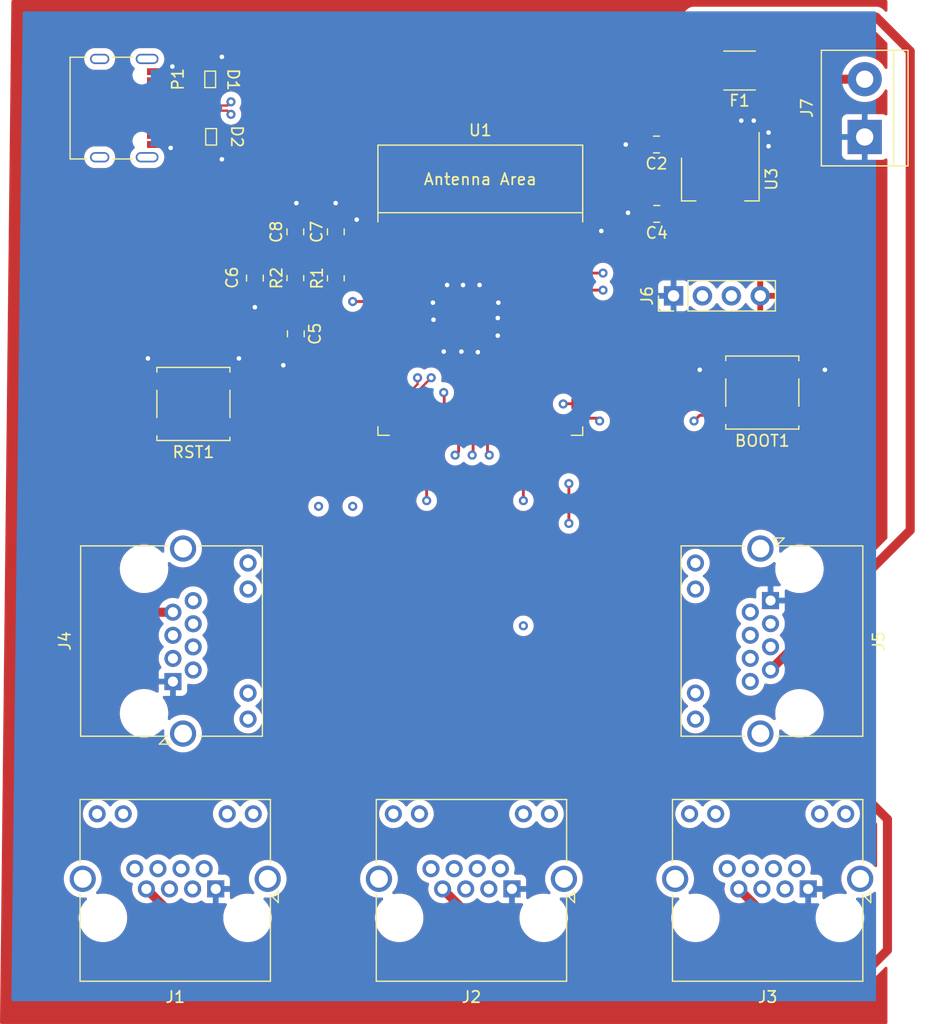
<source format=kicad_pcb>
(kicad_pcb (version 20211014) (generator pcbnew)
  (layers (0 "F.Cu" signal) (1 "In1.Cu" signal) (2 "In2.Cu" signal) (31 "B.Cu" signal) (34 "B.Paste" user) (35 "F.Paste" user) (36 "B.SilkS" user "B.Silkscreen") (37 "F.SilkS" user "F.Silkscreen") (38 "B.Mask" user) (39 "F.Mask" user) (44 "Edge.Cuts" user))
  (net 0 "")
  (net 1 "GNDREF")
  (net 2 "+3.3V")
  (net 3 "/MOSI")
  (net 4 "/MISO")
  (net 5 "/SCLK")
  (net 6 "/CS_SWF")
  (net 13 "/CS_PDL")
  (net 20 "/CS_SHIF")
  (net 27 "/CS_A2")
  (net 34 "/CS_A1")
  (net 35 "Net-(P1-PadA4)")
  (net 41 "Net-(C5-Pad1)")
  (net 56 "/EN")
  (net 65 "/RX_ESP")
  (net 66 "/TX_ESP")
  (net 71 "/D+")
  (net 72 "/D-")
  (net 73 "+5V")
  (net 74 "/BOOT")
  (net 75 "Net-(F1-Pad1)")
  (footprint "Button_Switch_SMD:SW_Push_1P1T_NO_CK_KSC6xxJ" (layer "F.Cu") (at 115.5 102.5)
    (fp_text reference "RST1" (at 0 4.24) (layer "F.SilkS"))
    (fp_text value "SW_Push")
    (pad "1" smd rect (at -2.9 -2) (size 2.8 1) (layers "F.Cu" "F.Paste" "F.Mask") (net 1 "GNDREF"))
    (pad "1" smd rect (at 2.9 -2) (size 2.8 1) (layers "F.Cu" "F.Paste" "F.Mask") (net 1 "GNDREF"))
    (pad "2" smd rect (at -2.9 2) (size 2.8 1) (layers "F.Cu" "F.Paste" "F.Mask") (net 41 "Net-(C5-Pad1)"))
    (pad "2" smd rect (at 2.9 2) (size 2.8 1) (layers "F.Cu" "F.Paste" "F.Mask") (net 41 "Net-(C5-Pad1)"))
  )
  (footprint "Espressif:ESP32-S3-WROOM-1" (layer "F.Cu") (at 140.716 95.504)
    (fp_text reference "U1" (at 0 -17.05) (layer "F.SilkS"))
    (fp_text value "ESP32-S3-WROOM-1")
    (fp_text user "Antenna Area" (at 0 -12.75) (layer "F.SilkS"))
    (pad "1" smd rect (at -8.75 -8.26) (size 1.5 0.9) (layers "F.Cu" "F.Paste" "F.Mask") (net 1 "GNDREF"))
    (pad "2" smd rect (at -8.75 -6.99) (size 1.5 0.9) (layers "F.Cu" "F.Paste" "F.Mask") (net 2 "+3.3V"))
    (pad "3" smd rect (at -8.75 -5.72) (size 1.5 0.9) (layers "F.Cu" "F.Paste" "F.Mask") (net 56 "/EN"))
    (pad "4" smd rect (at -8.75 -4.45) (size 1.5 0.9) (layers "F.Cu" "F.Paste" "F.Mask"))
    (pad "5" smd rect (at -8.75 -3.18) (size 1.5 0.9) (layers "F.Cu" "F.Paste" "F.Mask"))
    (pad "6" smd rect (at -8.75 -1.91) (size 1.5 0.9) (layers "F.Cu" "F.Paste" "F.Mask") (net 27 "/CS_A2"))
    (pad "7" smd rect (at -8.75 -0.64) (size 1.5 0.9) (layers "F.Cu" "F.Paste" "F.Mask"))
    (pad "8" smd rect (at -8.75 0.63) (size 1.5 0.9) (layers "F.Cu" "F.Paste" "F.Mask"))
    (pad "9" smd rect (at -8.75 1.9) (size 1.5 0.9) (layers "F.Cu" "F.Paste" "F.Mask"))
    (pad "10" smd rect (at -8.75 3.17) (size 1.5 0.9) (layers "F.Cu" "F.Paste" "F.Mask"))
    (pad "11" smd rect (at -8.75 4.44) (size 1.5 0.9) (layers "F.Cu" "F.Paste" "F.Mask"))
    (pad "12" smd rect (at -8.75 5.71) (size 1.5 0.9) (layers "F.Cu" "F.Paste" "F.Mask"))
    (pad "13" smd rect (at -8.75 6.98) (size 1.5 0.9) (layers "F.Cu" "F.Paste" "F.Mask") (net 72 "/D-"))
    (pad "14" smd rect (at -8.75 8.25) (size 1.5 0.9) (layers "F.Cu" "F.Paste" "F.Mask") (net 71 "/D+"))
    (pad "15" smd rect (at -6.985 9.5 90) (size 1.5 0.9) (layers "F.Cu" "F.Paste" "F.Mask"))
    (pad "16" smd rect (at -5.715 9.5 90) (size 1.5 0.9) (layers "F.Cu" "F.Paste" "F.Mask"))
    (pad "17" smd rect (at -4.445 9.5 90) (size 1.5 0.9) (layers "F.Cu" "F.Paste" "F.Mask") (net 13 "/CS_PDL"))
    (pad "18" smd rect (at -3.175 9.5 90) (size 1.5 0.9) (layers "F.Cu" "F.Paste" "F.Mask") (net 6 "/CS_SWF"))
    (pad "19" smd rect (at -1.905 9.5 90) (size 1.5 0.9) (layers "F.Cu" "F.Paste" "F.Mask") (net 3 "/MOSI"))
    (pad "20" smd rect (at -0.635 9.5 90) (size 1.5 0.9) (layers "F.Cu" "F.Paste" "F.Mask") (net 5 "/SCLK"))
    (pad "21" smd rect (at 0.635 9.5 90) (size 1.5 0.9) (layers "F.Cu" "F.Paste" "F.Mask") (net 4 "/MISO"))
    (pad "22" smd rect (at 1.905 9.5 90) (size 1.5 0.9) (layers "F.Cu" "F.Paste" "F.Mask") (net 20 "/CS_SHIF"))
    (pad "23" smd rect (at 3.175 9.5 90) (size 1.5 0.9) (layers "F.Cu" "F.Paste" "F.Mask"))
    (pad "24" smd rect (at 4.445 9.5 90) (size 1.5 0.9) (layers "F.Cu" "F.Paste" "F.Mask"))
    (pad "25" smd rect (at 5.715 9.5 90) (size 1.5 0.9) (layers "F.Cu" "F.Paste" "F.Mask"))
    (pad "26" smd rect (at 6.985 9.5 90) (size 1.5 0.9) (layers "F.Cu" "F.Paste" "F.Mask"))
    (pad "27" smd rect (at 8.75 8.25 180) (size 1.5 0.9) (layers "F.Cu" "F.Paste" "F.Mask") (net 74 "/BOOT"))
    (pad "28" smd rect (at 8.75 6.98 180) (size 1.5 0.9) (layers "F.Cu" "F.Paste" "F.Mask") (net 34 "/CS_A1"))
    (pad "29" smd rect (at 8.75 5.71 180) (size 1.5 0.9) (layers "F.Cu" "F.Paste" "F.Mask"))
    (pad "30" smd rect (at 8.75 4.44 180) (size 1.5 0.9) (layers "F.Cu" "F.Paste" "F.Mask"))
    (pad "31" smd rect (at 8.75 3.17 180) (size 1.5 0.9) (layers "F.Cu" "F.Paste" "F.Mask"))
    (pad "32" smd rect (at 8.75 1.9 180) (size 1.5 0.9) (layers "F.Cu" "F.Paste" "F.Mask"))
    (pad "33" smd rect (at 8.75 0.63 180) (size 1.5 0.9) (layers "F.Cu" "F.Paste" "F.Mask"))
    (pad "34" smd rect (at 8.75 -0.64 180) (size 1.5 0.9) (layers "F.Cu" "F.Paste" "F.Mask"))
    (pad "35" smd rect (at 8.75 -1.91 180) (size 1.5 0.9) (layers "F.Cu" "F.Paste" "F.Mask"))
    (pad "36" smd rect (at 8.75 -3.18 180) (size 1.5 0.9) (layers "F.Cu" "F.Paste" "F.Mask") (net 66 "/TX_ESP"))
    (pad "37" smd rect (at 8.75 -4.45 180) (size 1.5 0.9) (layers "F.Cu" "F.Paste" "F.Mask") (net 65 "/RX_ESP"))
    (pad "38" smd rect (at 8.75 -5.72 180) (size 1.5 0.9) (layers "F.Cu" "F.Paste" "F.Mask"))
    (pad "39" smd rect (at 8.75 -6.99 180) (size 1.5 0.9) (layers "F.Cu" "F.Paste" "F.Mask"))
    (pad "40" smd rect (at 8.75 -8.26 180) (size 1.5 0.9) (layers "F.Cu" "F.Paste" "F.Mask") (net 1 "GNDREF"))
    (pad "41" smd rect (at -2.9 -1.94 180) (size 0.9 0.9) (layers "F.Cu" "F.Paste" "F.Mask") (net 1 "GNDREF"))
    (pad "41" smd rect (at -0.1 -1.94 180) (size 0.9 0.9) (layers "F.Cu" "F.Paste" "F.Mask") (net 1 "GNDREF"))
    (pad "41" smd rect (at -2.9 -0.54 180) (size 0.9 0.9) (layers "F.Cu" "F.Paste" "F.Mask") (net 1 "GNDREF"))
    (pad "41" smd rect (at -1.5 -0.54 180) (size 0.9 0.9) (layers "F.Cu" "F.Paste" "F.Mask") (net 1 "GNDREF"))
    (pad "41" smd rect (at -2.9 0.86 180) (size 0.9 0.9) (layers "F.Cu" "F.Paste" "F.Mask") (net 1 "GNDREF"))
    (pad "41" smd rect (at -1.5 0.86 180) (size 0.9 0.9) (layers "F.Cu" "F.Paste" "F.Mask") (net 1 "GNDREF"))
    (pad "41" smd rect (at -0.1 0.86 180) (size 0.9 0.9) (layers "F.Cu" "F.Paste" "F.Mask") (net 1 "GNDREF"))
    (pad "41" smd rect (at -1.5 -1.94 180) (size 0.9 0.9) (layers "F.Cu" "F.Paste" "F.Mask") (net 1 "GNDREF"))
    (pad "41" smd rect (at -0.1 -0.54 180) (size 0.9 0.9) (layers "F.Cu" "F.Paste" "F.Mask") (net 1 "GNDREF"))
  )
  (footprint "Package_TO_SOT_SMD:SOT-223-3_TabPin2" (layer "F.Cu") (at 161.8095 82.748 -90)
    (fp_text reference "U3" (at 0 -4.5 90) (layer "F.SilkS"))
    (fp_text value "LDL1117")
    (pad "1" smd rect (at -3.15 -2.3 270) (size 2 1.5) (layers "F.Cu" "F.Paste" "F.Mask") (net 1 "GNDREF"))
    (pad "2" smd rect (at -3.15 0 270) (size 2 1.5) (layers "F.Cu" "F.Paste" "F.Mask") (net 2 "+3.3V"))
    (pad "2" smd rect (at 3.15 0 270) (size 2 3.8) (layers "F.Cu" "F.Paste" "F.Mask") (net 2 "+3.3V"))
    (pad "3" smd rect (at -3.15 2.3 270) (size 2 1.5) (layers "F.Cu" "F.Paste" "F.Mask") (net 73 "+5V"))
  )
  (footprint "Resistor_SMD:R_0805_2012Metric_Pad1.20x1.40mm_HandSolder" (layer "F.Cu") (at 128.016 91.456 90)
    (fp_text reference "R1" (at 0 -1.65 90) (layer "F.SilkS"))
    (fp_text value "0")
    (pad "1" smd roundrect (at -1 0 90) (size 1.2 1.4) (layers "F.Cu" "F.Paste" "F.Mask") (roundrect_rratio 0.208333) (net 41 "Net-(C5-Pad1)"))
    (pad "2" smd roundrect (at 1 0 90) (size 1.2 1.4) (layers "F.Cu" "F.Paste" "F.Mask") (roundrect_rratio 0.208333) (net 56 "/EN"))
  )
  (footprint "Button_Switch_SMD:SW_Push_1P1T_NO_CK_KSC6xxJ" (layer "F.Cu") (at 165.5 101.5)
    (fp_text reference "BOOT1" (at 0 4.24) (layer "F.SilkS"))
    (fp_text value "SW_Push")
    (pad "1" smd rect (at -2.9 -2) (size 2.8 1) (layers "F.Cu" "F.Paste" "F.Mask") (net 1 "GNDREF"))
    (pad "1" smd rect (at 2.9 -2) (size 2.8 1) (layers "F.Cu" "F.Paste" "F.Mask") (net 1 "GNDREF"))
    (pad "2" smd rect (at 2.9 2) (size 2.8 1) (layers "F.Cu" "F.Paste" "F.Mask") (net 74 "/BOOT"))
    (pad "2" smd rect (at -2.9 2) (size 2.8 1) (layers "F.Cu" "F.Paste" "F.Mask") (net 74 "/BOOT"))
  )
  (footprint "Connector_RJ:RJ45_Amphenol_RJHSE538X" (layer "F.Cu") (at 143.495 145.125 180)
    (fp_text reference "J2" (at 3.56 -9.5) (layer "F.SilkS"))
    (fp_text value "Pedals")
    (pad "" np_thru_hole circle (at 9.91 -2.54 180) (size 3.25 3.25) (drill 3.25) (layers *.Cu *.Mask))
    (pad "" np_thru_hole circle (at -2.79 -2.54 180) (size 3.25 3.25) (drill 3.25) (layers *.Cu *.Mask))
    (pad "1" thru_hole rect (at 0 0 180) (size 1.5 1.5) (drill 0.89) (layers *.Cu *.Mask) (net 1 "GNDREF"))
    (pad "2" thru_hole circle (at 1.016 1.78 180) (size 1.5 1.5) (drill 0.89) (layers *.Cu *.Mask) (net 3 "/MOSI"))
    (pad "3" thru_hole circle (at 2.032 0 180) (size 1.5 1.5) (drill 0.89) (layers *.Cu *.Mask))
    (pad "4" thru_hole circle (at 3.048 1.78 180) (size 1.5 1.5) (drill 0.89) (layers *.Cu *.Mask) (net 4 "/MISO"))
    (pad "5" thru_hole circle (at 4.064 0 180) (size 1.5 1.5) (drill 0.89) (layers *.Cu *.Mask))
    (pad "6" thru_hole circle (at 5.08 1.78 180) (size 1.5 1.5) (drill 0.89) (layers *.Cu *.Mask) (net 13 "/CS_PDL"))
    (pad "7" thru_hole circle (at 6.096 0 180) (size 1.5 1.5) (drill 0.89) (layers *.Cu *.Mask) (net 73 "+5V"))
    (pad "8" thru_hole circle (at 7.112 1.78 180) (size 1.5 1.5) (drill 0.89) (layers *.Cu *.Mask) (net 5 "/SCLK"))
    (pad "9" thru_hole circle (at -3.3 6.6 180) (size 1.5 1.5) (drill 0.89) (layers *.Cu *.Mask))
    (pad "10" thru_hole circle (at -1.01 6.6 180) (size 1.5 1.5) (drill 0.89) (layers *.Cu *.Mask))
    (pad "11" thru_hole circle (at 8.13 6.6 180) (size 1.5 1.5) (drill 0.89) (layers *.Cu *.Mask))
    (pad "12" thru_hole circle (at 10.42 6.6 180) (size 1.5 1.5) (drill 0.89) (layers *.Cu *.Mask))
    (pad "SH" thru_hole circle (at -4.57 0.89 180) (size 2.3 2.3) (drill 1.57) (layers *.Cu *.Mask))
    (pad "SH" thru_hole circle (at 11.69 0.89 180) (size 2.3 2.3) (drill 1.57) (layers *.Cu *.Mask))
  )
  (footprint "Connector_USB:USB_C_Receptacle_Palconn_UTC16-G" (layer "F.Cu") (at 109.5 76.5 -90)
    (fp_text reference "P1" (at -2.53 -4.634 90) (layer "F.SilkS"))
    (fp_text value "USB_C_Plug_USB2.0")
    (pad "" np_thru_hole circle (at 2.89 -1.45 90) (size 0.6 0.6) (drill 0.6) (layers *.Cu *.Mask))
    (pad "" np_thru_hole circle (at -2.89 -1.45 90) (size 0.6 0.6) (drill 0.6) (layers *.Cu *.Mask))
    (pad "A1" smd rect (at -3.2 -2.51 270) (size 0.6 1.16) (layers "F.Cu" "F.Paste" "F.Mask") (net 1 "GNDREF"))
    (pad "A4" smd rect (at -2.4 -2.51 270) (size 0.6 1.16) (layers "F.Cu" "F.Paste" "F.Mask") (net 35 "Net-(P1-PadA4)"))
    (pad "A5" smd rect (at -1.25 -2.51 90) (size 0.3 1.16) (layers "F.Cu" "F.Paste" "F.Mask"))
    (pad "A6" smd rect (at -0.25 -2.51 90) (size 0.3 1.16) (layers "F.Cu" "F.Paste" "F.Mask") (net 71 "/D+"))
    (pad "A7" smd rect (at 0.25 -2.51 90) (size 0.3 1.16) (layers "F.Cu" "F.Paste" "F.Mask") (net 72 "/D-"))
    (pad "A8" smd rect (at 1.25 -2.51 90) (size 0.3 1.16) (layers "F.Cu" "F.Paste" "F.Mask"))
    (pad "A9" smd rect (at 2.4 -2.51 270) (size 0.6 1.16) (layers "F.Cu" "F.Paste" "F.Mask") (net 35 "Net-(P1-PadA4)"))
    (pad "A12" smd rect (at 3.2 -2.51 270) (size 0.6 1.16) (layers "F.Cu" "F.Paste" "F.Mask") (net 1 "GNDREF"))
    (pad "B1" smd rect (at 3.2 -2.51 270) (size 0.6 1.16) (layers "F.Cu" "F.Paste" "F.Mask") (net 1 "GNDREF"))
    (pad "B4" smd rect (at 2.4 -2.51 270) (size 0.6 1.16) (layers "F.Cu" "F.Paste" "F.Mask") (net 35 "Net-(P1-PadA4)"))
    (pad "B5" smd rect (at 1.75 -2.51 90) (size 0.3 1.16) (layers "F.Cu" "F.Paste" "F.Mask"))
    (pad "B6" smd rect (at 0.75 -2.51 90) (size 0.3 1.16) (layers "F.Cu" "F.Paste" "F.Mask"))
    (pad "B7" smd rect (at -0.75 -2.51 90) (size 0.3 1.16) (layers "F.Cu" "F.Paste" "F.Mask"))
    (pad "B8" smd rect (at -1.75 -2.51 90) (size 0.3 1.16) (layers "F.Cu" "F.Paste" "F.Mask"))
    (pad "B9" smd rect (at -2.4 -2.51 270) (size 0.6 1.16) (layers "F.Cu" "F.Paste" "F.Mask") (net 35 "Net-(P1-PadA4)"))
    (pad "B12" smd rect (at -3.2 -2.51 270) (size 0.6 1.16) (layers "F.Cu" "F.Paste" "F.Mask") (net 1 "GNDREF"))
    (pad "S1" thru_hole oval (at 4.32 2.24) (size 1.7 0.9) (drill oval 1.4 0.6) (layers *.Cu *.Mask))
    (pad "S1" thru_hole oval (at 4.32 -1.93) (size 2 0.9) (drill oval 1.7 0.6) (layers *.Cu *.Mask))
    (pad "S1" thru_hole oval (at -4.32 -1.93) (size 2 0.9) (drill oval 1.7 0.6) (layers *.Cu *.Mask))
    (pad "S1" thru_hole oval (at -4.32 2.24) (size 1.7 0.9) (drill oval 1.4 0.6) (layers *.Cu *.Mask))
  )
  (footprint "CAE:UDD32" (layer "F.Cu") (at 117.03 79 -90)
    (fp_text reference "D2" (at 0 -2.3 -90 unlocked) (layer "F.SilkS"))
    (fp_text value "UDD32")
    (pad "1" smd roundrect (at -1.15 0 270) (size 0.5 0.6) (layers "F.Cu" "F.Paste" "F.Mask") (net 72 "/D-"))
    (pad "2" smd roundrect (at 1.15 0 270) (size 0.5 0.6) (layers "F.Cu" "F.Paste" "F.Mask") (net 1 "GNDREF"))
  )
  (footprint "Fuse:Fuse_1812_4532Metric_Pad1.30x3.40mm_HandSolder" (layer "F.Cu") (at 163.5 73.2 180)
    (fp_text reference "F1" (at 0 -2.65) (layer "F.SilkS"))
    (fp_text value "3A")
    (pad "1" smd roundrect (at -2.225 0 180) (size 1.3 3.4) (layers "F.Cu" "F.Paste" "F.Mask") (roundrect_rratio 0.192308) (net 75 "Net-(F1-Pad1)"))
    (pad "2" smd roundrect (at 2.225 0 180) (size 1.3 3.4) (layers "F.Cu" "F.Paste" "F.Mask") (roundrect_rratio 0.192308) (net 73 "+5V"))
  )
  (footprint "Connector_RJ:RJ45_Amphenol_RJHSE538X" (layer "F.Cu") (at 169.53 145.125 180)
    (fp_text reference "J3" (at 3.56 -9.5) (layer "F.SilkS"))
    (fp_text value "Shifter")
    (pad "" np_thru_hole circle (at -2.79 -2.54 180) (size 3.25 3.25) (drill 3.25) (layers *.Cu *.Mask))
    (pad "" np_thru_hole circle (at 9.91 -2.54 180) (size 3.25 3.25) (drill 3.25) (layers *.Cu *.Mask))
    (pad "1" thru_hole rect (at 0 0 180) (size 1.5 1.5) (drill 0.89) (layers *.Cu *.Mask) (net 1 "GNDREF"))
    (pad "2" thru_hole circle (at 1.016 1.78 180) (size 1.5 1.5) (drill 0.89) (layers *.Cu *.Mask) (net 3 "/MOSI"))
    (pad "3" thru_hole circle (at 2.032 0 180) (size 1.5 1.5) (drill 0.89) (layers *.Cu *.Mask))
    (pad "4" thru_hole circle (at 3.048 1.78 180) (size 1.5 1.5) (drill 0.89) (layers *.Cu *.Mask) (net 4 "/MISO"))
    (pad "5" thru_hole circle (at 4.064 0 180) (size 1.5 1.5) (drill 0.89) (layers *.Cu *.Mask))
    (pad "6" thru_hole circle (at 5.08 1.78 180) (size 1.5 1.5) (drill 0.89) (layers *.Cu *.Mask) (net 20 "/CS_SHIF"))
    (pad "7" thru_hole circle (at 6.096 0 180) (size 1.5 1.5) (drill 0.89) (layers *.Cu *.Mask) (net 73 "+5V"))
    (pad "8" thru_hole circle (at 7.112 1.78 180) (size 1.5 1.5) (drill 0.89) (layers *.Cu *.Mask) (net 5 "/SCLK"))
    (pad "9" thru_hole circle (at -3.3 6.6 180) (size 1.5 1.5) (drill 0.89) (layers *.Cu *.Mask))
    (pad "10" thru_hole circle (at -1.01 6.6 180) (size 1.5 1.5) (drill 0.89) (layers *.Cu *.Mask))
    (pad "11" thru_hole circle (at 8.13 6.6 180) (size 1.5 1.5) (drill 0.89) (layers *.Cu *.Mask))
    (pad "12" thru_hole circle (at 10.42 6.6 180) (size 1.5 1.5) (drill 0.89) (layers *.Cu *.Mask))
    (pad "SH" thru_hole circle (at 11.69 0.89 180) (size 2.3 2.3) (drill 1.57) (layers *.Cu *.Mask))
    (pad "SH" thru_hole circle (at -4.57 0.89 180) (size 2.3 2.3) (drill 1.57) (layers *.Cu *.Mask))
  )
  (footprint "TerminalBlock:TerminalBlock_bornier-2_P5.08mm" (layer "F.Cu") (at 174.5 79.04 90)
    (fp_text reference "J7" (at 2.54 -5.08 90) (layer "F.SilkS"))
    (fp_text value "Screw_Terminal_01x02")
    (pad "1" thru_hole rect (at 0 0 90) (size 3 3) (drill 1.52) (layers *.Cu *.Mask) (net 1 "GNDREF"))
    (pad "2" thru_hole circle (at 5.08 0 90) (size 3 3) (drill 1.52) (layers *.Cu *.Mask) (net 75 "Net-(F1-Pad1)"))
  )
  (footprint "Capacitor_SMD:C_0805_2012Metric_Pad1.18x1.45mm_HandSolder" (layer "F.Cu") (at 124.5 96.3375 -90)
    (fp_text reference "C5" (at 0 -1.68 90) (layer "F.SilkS"))
    (fp_text value "0.1uf")
    (pad "1" smd roundrect (at -1.0375 0 270) (size 1.175 1.45) (layers "F.Cu" "F.Paste" "F.Mask") (roundrect_rratio 0.212766) (net 41 "Net-(C5-Pad1)"))
    (pad "2" smd roundrect (at 1.0375 0 270) (size 1.175 1.45) (layers "F.Cu" "F.Paste" "F.Mask") (roundrect_rratio 0.212766) (net 1 "GNDREF"))
  )
  (footprint "Capacitor_SMD:C_0805_2012Metric_Pad1.18x1.45mm_HandSolder" (layer "F.Cu") (at 156.2215 85.796 180)
    (fp_text reference "C4" (at 0 -1.68) (layer "F.SilkS"))
    (fp_text value "4.7uf")
    (pad "1" smd roundrect (at -1.0375 0 180) (size 1.175 1.45) (layers "F.Cu" "F.Paste" "F.Mask") (roundrect_rratio 0.212766) (net 2 "+3.3V"))
    (pad "2" smd roundrect (at 1.0375 0 180) (size 1.175 1.45) (layers "F.Cu" "F.Paste" "F.Mask") (roundrect_rratio 0.212766) (net 1 "GNDREF"))
  )
  (footprint "Capacitor_SMD:C_0805_2012Metric_Pad1.18x1.45mm_HandSolder" (layer "F.Cu") (at 156.2 79.7 180)
    (fp_text reference "C2" (at 0 -1.68) (layer "F.SilkS"))
    (fp_text value "1uf")
    (pad "1" smd roundrect (at -1.0375 0 180) (size 1.175 1.45) (layers "F.Cu" "F.Paste" "F.Mask") (roundrect_rratio 0.212766) (net 73 "+5V"))
    (pad "2" smd roundrect (at 1.0375 0 180) (size 1.175 1.45) (layers "F.Cu" "F.Paste" "F.Mask") (roundrect_rratio 0.212766) (net 1 "GNDREF"))
  )
  (footprint "Connector_RJ:RJ45_Amphenol_RJHSE538X" (layer "F.Cu") (at 117.46 145.125 180)
    (fp_text reference "J1" (at 3.56 -9.5) (layer "F.SilkS"))
    (fp_text value "Steering Wheel Feedback")
    (pad "" np_thru_hole circle (at -2.79 -2.54 180) (size 3.25 3.25) (drill 3.25) (layers *.Cu *.Mask))
    (pad "" np_thru_hole circle (at 9.91 -2.54 180) (size 3.25 3.25) (drill 3.25) (layers *.Cu *.Mask))
    (pad "1" thru_hole rect (at 0 0 180) (size 1.5 1.5) (drill 0.89) (layers *.Cu *.Mask) (net 1 "GNDREF"))
    (pad "2" thru_hole circle (at 1.016 1.78 180) (size 1.5 1.5) (drill 0.89) (layers *.Cu *.Mask) (net 3 "/MOSI"))
    (pad "3" thru_hole circle (at 2.032 0 180) (size 1.5 1.5) (drill 0.89) (layers *.Cu *.Mask))
    (pad "4" thru_hole circle (at 3.048 1.78 180) (size 1.5 1.5) (drill 0.89) (layers *.Cu *.Mask) (net 4 "/MISO"))
    (pad "5" thru_hole circle (at 4.064 0 180) (size 1.5 1.5) (drill 0.89) (layers *.Cu *.Mask))
    (pad "6" thru_hole circle (at 5.08 1.78 180) (size 1.5 1.5) (drill 0.89) (layers *.Cu *.Mask) (net 6 "/CS_SWF"))
    (pad "7" thru_hole circle (at 6.096 0 180) (size 1.5 1.5) (drill 0.89) (layers *.Cu *.Mask) (net 73 "+5V"))
    (pad "8" thru_hole circle (at 7.112 1.78 180) (size 1.5 1.5) (drill 0.89) (layers *.Cu *.Mask) (net 5 "/SCLK"))
    (pad "9" thru_hole circle (at -3.3 6.6 180) (size 1.5 1.5) (drill 0.89) (layers *.Cu *.Mask))
    (pad "10" thru_hole circle (at -1.01 6.6 180) (size 1.5 1.5) (drill 0.89) (layers *.Cu *.Mask))
    (pad "11" thru_hole circle (at 8.13 6.6 180) (size 1.5 1.5) (drill 0.89) (layers *.Cu *.Mask))
    (pad "12" thru_hole circle (at 10.42 6.6 180) (size 1.5 1.5) (drill 0.89) (layers *.Cu *.Mask))
    (pad "SH" thru_hole circle (at 11.69 0.89 180) (size 2.3 2.3) (drill 1.57) (layers *.Cu *.Mask))
    (pad "SH" thru_hole circle (at -4.57 0.89 180) (size 2.3 2.3) (drill 1.57) (layers *.Cu *.Mask))
  )
  (footprint "Connector_RJ:RJ45_Amphenol_RJHSE538X" (layer "F.Cu") (at 113.7 126.9 90)
    (fp_text reference "J4" (at 3.56 -9.5 90) (layer "F.SilkS"))
    (fp_text value "Accessory_2")
    (pad "" np_thru_hole circle (at 9.91 -2.54 90) (size 3.25 3.25) (drill 3.25) (layers *.Cu *.Mask))
    (pad "" np_thru_hole circle (at -2.79 -2.54 90) (size 3.25 3.25) (drill 3.25) (layers *.Cu *.Mask))
    (pad "1" thru_hole rect (at 0 0 90) (size 1.5 1.5) (drill 0.89) (layers *.Cu *.Mask) (net 1 "GNDREF"))
    (pad "2" thru_hole circle (at 1.016 1.78 90) (size 1.5 1.5) (drill 0.89) (layers *.Cu *.Mask) (net 3 "/MOSI"))
    (pad "3" thru_hole circle (at 2.032 0 90) (size 1.5 1.5) (drill 0.89) (layers *.Cu *.Mask))
    (pad "4" thru_hole circle (at 3.048 1.78 90) (size 1.5 1.5) (drill 0.89) (layers *.Cu *.Mask) (net 4 "/MISO"))
    (pad "5" thru_hole circle (at 4.064 0 90) (size 1.5 1.5) (drill 0.89) (layers *.Cu *.Mask))
    (pad "6" thru_hole circle (at 5.08 1.78 90) (size 1.5 1.5) (drill 0.89) (layers *.Cu *.Mask) (net 27 "/CS_A2"))
    (pad "7" thru_hole circle (at 6.096 0 90) (size 1.5 1.5) (drill 0.89) (layers *.Cu *.Mask) (net 73 "+5V"))
    (pad "8" thru_hole circle (at 7.112 1.78 90) (size 1.5 1.5) (drill 0.89) (layers *.Cu *.Mask) (net 5 "/SCLK"))
    (pad "9" thru_hole circle (at -3.3 6.6 90) (size 1.5 1.5) (drill 0.89) (layers *.Cu *.Mask))
    (pad "10" thru_hole circle (at -1.01 6.6 90) (size 1.5 1.5) (drill 0.89) (layers *.Cu *.Mask))
    (pad "11" thru_hole circle (at 8.13 6.6 90) (size 1.5 1.5) (drill 0.89) (layers *.Cu *.Mask))
    (pad "12" thru_hole circle (at 10.42 6.6 90) (size 1.5 1.5) (drill 0.89) (layers *.Cu *.Mask))
    (pad "SH" thru_hole circle (at -4.57 0.89 90) (size 2.3 2.3) (drill 1.57) (layers *.Cu *.Mask))
    (pad "SH" thru_hole circle (at 11.69 0.89 90) (size 2.3 2.3) (drill 1.57) (layers *.Cu *.Mask))
  )
  (footprint "Capacitor_SMD:C_0805_2012Metric_Pad1.18x1.45mm_HandSolder" (layer "F.Cu") (at 120.904 91.44 -90)
    (fp_text reference "C6" (at -0.04 2.004 90) (layer "F.SilkS"))
    (fp_text value "1uf")
    (pad "1" smd roundrect (at -1.0375 0 270) (size 1.175 1.45) (layers "F.Cu" "F.Paste" "F.Mask") (roundrect_rratio 0.212766) (net 56 "/EN"))
    (pad "2" smd roundrect (at 1.0375 0 270) (size 1.175 1.45) (layers "F.Cu" "F.Paste" "F.Mask") (roundrect_rratio 0.212766) (net 1 "GNDREF"))
  )
  (footprint "CAE:UDD32" (layer "F.Cu") (at 117 74 90)
    (fp_text reference "D1" (at 0 2 270 unlocked) (layer "F.SilkS"))
    (fp_text value "UDD32")
    (pad "1" smd roundrect (at -1.15 0 90) (size 0.5 0.6) (layers "F.Cu" "F.Paste" "F.Mask") (net 71 "/D+"))
    (pad "2" smd roundrect (at 1.15 0 90) (size 0.5 0.6) (layers "F.Cu" "F.Paste" "F.Mask") (net 1 "GNDREF"))
  )
  (footprint "Capacitor_SMD:C_0805_2012Metric_Pad1.18x1.45mm_HandSolder" (layer "F.Cu") (at 128.016 87.376 90)
    (fp_text reference "C7" (at 0 -1.68 90) (layer "F.SilkS"))
    (fp_text value "0.1uf")
    (pad "1" smd roundrect (at -1.0375 0 90) (size 1.175 1.45) (layers "F.Cu" "F.Paste" "F.Mask") (roundrect_rratio 0.212766) (net 2 "+3.3V"))
    (pad "2" smd roundrect (at 1.0375 0 90) (size 1.175 1.45) (layers "F.Cu" "F.Paste" "F.Mask") (roundrect_rratio 0.212766) (net 1 "GNDREF"))
  )
  (footprint "Capacitor_SMD:C_0805_2012Metric_Pad1.18x1.45mm_HandSolder" (layer "F.Cu") (at 124.46 87.376 90)
    (fp_text reference "C8" (at 0 -1.68 90) (layer "F.SilkS"))
    (fp_text value "22uf")
    (pad "1" smd roundrect (at -1.0375 0 90) (size 1.175 1.45) (layers "F.Cu" "F.Paste" "F.Mask") (roundrect_rratio 0.212766) (net 2 "+3.3V"))
    (pad "2" smd roundrect (at 1.0375 0 90) (size 1.175 1.45) (layers "F.Cu" "F.Paste" "F.Mask") (roundrect_rratio 0.212766) (net 1 "GNDREF"))
  )
  (footprint "Connector_PinHeader_2.54mm:PinHeader_1x04_P2.54mm_Vertical" (layer "F.Cu") (at 157.7 93 90)
    (fp_text reference "J6" (at 0 -2.33 90) (layer "F.SilkS"))
    (fp_text value "Conn_01x04")
    (pad "1" thru_hole rect (at 0 0 90) (size 1.7 1.7) (drill 1) (layers *.Cu *.Mask) (net 1 "GNDREF"))
    (pad "2" thru_hole oval (at 0 2.54 90) (size 1.7 1.7) (drill 1) (layers *.Cu *.Mask) (net 65 "/RX_ESP"))
    (pad "3" thru_hole oval (at 0 5.08 90) (size 1.7 1.7) (drill 1) (layers *.Cu *.Mask) (net 66 "/TX_ESP"))
    (pad "4" thru_hole oval (at 0 7.62 90) (size 1.7 1.7) (drill 1) (layers *.Cu *.Mask) (net 2 "+3.3V"))
  )
  (footprint "Connector_RJ:RJ45_Amphenol_RJHSE538X" (layer "F.Cu") (at 166.225 119.78 -90)
    (fp_text reference "J5" (at 3.56 -9.5 90) (layer "F.SilkS"))
    (fp_text value "Accessory_1")
    (pad "" np_thru_hole circle (at 9.91 -2.54 270) (size 3.25 3.25) (drill 3.25) (layers *.Cu *.Mask))
    (pad "" np_thru_hole circle (at -2.79 -2.54 270) (size 3.25 3.25) (drill 3.25) (layers *.Cu *.Mask))
    (pad "1" thru_hole rect (at 0 0 270) (size 1.5 1.5) (drill 0.89) (layers *.Cu *.Mask) (net 1 "GNDREF"))
    (pad "2" thru_hole circle (at 1.016 1.78 270) (size 1.5 1.5) (drill 0.89) (layers *.Cu *.Mask) (net 3 "/MOSI"))
    (pad "3" thru_hole circle (at 2.032 0 270) (size 1.5 1.5) (drill 0.89) (layers *.Cu *.Mask))
    (pad "4" thru_hole circle (at 3.048 1.78 270) (size 1.5 1.5) (drill 0.89) (layers *.Cu *.Mask) (net 4 "/MISO"))
    (pad "5" thru_hole circle (at 4.064 0 270) (size 1.5 1.5) (drill 0.89) (layers *.Cu *.Mask))
    (pad "6" thru_hole circle (at 5.08 1.78 270) (size 1.5 1.5) (drill 0.89) (layers *.Cu *.Mask) (net 34 "/CS_A1"))
    (pad "7" thru_hole circle (at 6.096 0 270) (size 1.5 1.5) (drill 0.89) (layers *.Cu *.Mask) (net 73 "+5V"))
    (pad "8" thru_hole circle (at 7.112 1.78 270) (size 1.5 1.5) (drill 0.89) (layers *.Cu *.Mask) (net 5 "/SCLK"))
    (pad "9" thru_hole circle (at -3.3 6.6 270) (size 1.5 1.5) (drill 0.89) (layers *.Cu *.Mask))
    (pad "10" thru_hole circle (at -1.01 6.6 270) (size 1.5 1.5) (drill 0.89) (layers *.Cu *.Mask))
    (pad "11" thru_hole circle (at 8.13 6.6 270) (size 1.5 1.5) (drill 0.89) (layers *.Cu *.Mask))
    (pad "12" thru_hole circle (at 10.42 6.6 270) (size 1.5 1.5) (drill 0.89) (layers *.Cu *.Mask))
    (pad "SH" thru_hole circle (at -4.57 0.89 270) (size 2.3 2.3) (drill 1.57) (layers *.Cu *.Mask))
    (pad "SH" thru_hole circle (at 11.69 0.89 270) (size 2.3 2.3) (drill 1.57) (layers *.Cu *.Mask))
  )
  (footprint "Resistor_SMD:R_0805_2012Metric_Pad1.20x1.40mm_HandSolder" (layer "F.Cu") (at 124.46 91.44 90)
    (fp_text reference "R2" (at 0 -1.65 90) (layer "F.SilkS"))
    (fp_text value "10K")
    (pad "1" smd roundrect (at -1 0 90) (size 1.2 1.4) (layers "F.Cu" "F.Paste" "F.Mask") (roundrect_rratio 0.208333) (net 2 "+3.3V"))
    (pad "2" smd roundrect (at 1 0 90) (size 1.2 1.4) (layers "F.Cu" "F.Paste" "F.Mask") (roundrect_rratio 0.208333) (net 56 "/EN"))
  )
  (segment (start 155.1625 79.7) (end 153.5 79.7) (width 0.25) (layer "F.Cu") (net 1))
  (segment (start 124.46 86.3385) (end 124.46 84.94) (width 0.25) (layer "F.Cu") (net 1))
  (segment (start 113.2 73.3) (end 113.65 72.85) (width 0.25) (layer "F.Cu") (net 1))
  (segment (start 139.216 97.734) (end 139.05 97.9) (width 0.25) (layer "F.Cu") (net 1))
  (segment (start 120.904 92.4775) (end 120.904 93.996) (width 0.25) (layer "F.Cu") (net 1))
  (segment (start 120.904 93.996) (end 120.9 94) (width 0.25) (layer "F.Cu") (net 1))
  (segment (start 117.03 80.15) (end 117.15 80.15) (width 0.25) (layer "F.Cu") (net 1))
  (segment (start 149.522 87.3) (end 149.466 87.244) (width 0.25) (layer "F.Cu") (net 1))
  (segment (start 166.05 79.85) (end 164.3615 79.85) (width 0.25) (layer "F.Cu") (net 1))
  (segment (start 153.796 85.796) (end 153.7 85.7) (width 0.25) (layer "F.Cu") (net 1))
  (segment (start 140.616 97.834) (end 140.5 97.95) (width 0.25) (layer "F.Cu") (net 1))
  (segment (start 140.616 93.564) (end 140.616 92.084) (width 0.25) (layer "F.Cu") (net 1))
  (segment (start 112.6 99.6) (end 111.5 98.5) (width 0.25) (layer "F.Cu") (net 1))
  (segment (start 124.46 84.94) (end 124.55 84.85) (width 0.25) (layer "F.Cu") (net 1))
  (segment (start 139.216 93.564) (end 139.216 94.964) (width 0.25) (layer "F.Cu") (net 1))
  (segment (start 128.016 84.866) (end 128 84.85) (width 0.25) (layer "F.Cu") (net 1))
  (segment (start 112.6 100.5) (end 112.6 99.6) (width 0.25) (layer "F.Cu") (net 1))
  (segment (start 113.2 79.7) (end 113.5 80) (width 0.25) (layer "F.Cu") (net 1))
  (segment (start 155.184 85.796) (end 153.796 85.796) (width 0.25) (layer "F.Cu") (net 1))
  (segment (start 117.15 72.85) (end 118 72) (width 0.25) (layer "F.Cu") (net 1))
  (segment (start 140.616 96.364) (end 142.114 96.364) (width 0.25) (layer "F.Cu") (net 1))
  (segment (start 140.616 94.964) (end 140.616 96.364) (width 0.25) (layer "F.Cu") (net 1))
  (segment (start 140.616 92.084) (end 140.65 92.05) (width 0.25) (layer "F.Cu") (net 1))
  (segment (start 164.1095 79.598) (end 164.1095 78.0595) (width 0.25) (layer "F.Cu") (net 1))
  (segment (start 142.264 93.564) (end 142.3 93.6) (width 0.25) (layer "F.Cu") (net 1))
  (segment (start 137.816 93.564) (end 139.216 93.564) (width 0.25) (layer "F.Cu") (net 1))
  (segment (start 137.816 92.066) (end 137.8 92.05) (width 0.25) (layer "F.Cu") (net 1))
  (segment (start 118.4 100.5) (end 118.4 99.6) (width 0.25) (layer "F.Cu") (net 1))
  (segment (start 164.75 77.6) (end 164.75 78.9575) (width 0.25) (layer "F.Cu") (net 1))
  (segment (start 164.3615 79.85) (end 164.1095 79.598) (width 0.25) (layer "F.Cu") (net 1))
  (segment (start 137.816 94.964) (end 136.736 94.964) (width 0.25) (layer "F.Cu") (net 1))
  (segment (start 166.05 78.65) (end 165.0575 78.65) (width 0.25) (layer "F.Cu") (net 1))
  (segment (start 137.816 96.364) (end 137.816 97.584) (width 0.25) (layer "F.Cu") (net 1))
  (segment (start 140.616 93.564) (end 139.216 93.564) (width 0.25) (layer "F.Cu") (net 1))
  (segment (start 124.5 98) (end 123.4 99.1) (width 0.25) (layer "F.Cu") (net 1))
  (segment (start 128.016 86.3385) (end 128.016 84.866) (width 0.25) (layer "F.Cu") (net 1))
  (segment (start 160 99.5) (end 162.6 99.5) (width 0.25) (layer "F.Cu") (net 1))
  (segment (start 140.616 96.364) (end 140.616 97.834) (width 0.25) (layer "F.Cu") (net 1))
  (segment (start 142.236 94.964) (end 142.25 94.95) (width 0.25) (layer "F.Cu") (net 1))
  (segment (start 137.816 93.564) (end 136.586 93.564) (width 0.25) (layer "F.Cu") (net 1))
  (segment (start 165.0575 78.65) (end 164.1095 79.598) (width 0.25) (layer "F.Cu") (net 1))
  (segment (start 139.216 92.066) (end 139.2 92.05) (width 0.25) (layer "F.Cu") (net 1))
  (segment (start 136.586 93.564) (end 136.55 93.6) (width 0.25) (layer "F.Cu") (net 1))
  (segment (start 151.35 87.3) (end 149.522 87.3) (width 0.25) (layer "F.Cu") (net 1))
  (segment (start 140.616 93.564) (end 142.264 93.564) (width 0.25) (layer "F.Cu") (net 1))
  (segment (start 168.4 99.5) (end 171 99.5) (width 0.25) (layer "F.Cu") (net 1))
  (segment (start 137.816 96.364) (end 139.216 96.364) (width 0.25) (layer "F.Cu") (net 1))
  (segment (start 136.736 94.964) (end 136.6 95.1) (width 0.25) (layer "F.Cu") (net 1))
  (segment (start 118.4 99.6) (end 119.5 98.5) (width 0.25) (layer "F.Cu") (net 1))
  (segment (start 142.114 96.364) (end 142.25 96.5) (width 0.25) (layer "F.Cu") (net 1))
  (segment (start 112.01 79.7) (end 113.2 79.7) (width 0.25) (layer "F.Cu") (net 1))
  (segment (start 112.01 73.3) (end 113.2 73.3) (width 0.25) (layer "F.Cu") (net 1))
  (segment (start 124.5 97.375) (end 124.5 98) (width 0.25) (layer "F.Cu") (net 1))
  (segment (start 140.616 94.964) (end 142.236 94.964) (width 0.25) (layer "F.Cu") (net 1))
  (segment (start 117 72.85) (end 117.15 72.85) (width 0.25) (layer "F.Cu") (net 1))
  (segment (start 117.15 80.15) (end 118 81) (width 0.25) (layer "F.Cu") (net 1))
  (segment (start 140.616 96.364) (end 139.216 96.364) (width 0.25) (layer "F.Cu") (net 1))
  (segment (start 140.616 93.564) (end 140.616 94.964) (width 0.25) (layer "F.Cu") (net 1))
  (segment (start 164.75 78.9575) (end 164.1095 79.598) (width 0.25) (layer "F.Cu") (net 1))
  (segment (start 139.216 93.564) (end 139.216 92.066) (width 0.25) (layer "F.Cu") (net 1))
  (segment (start 137.816 97.584) (end 137.5 97.9) (width 0.25) (layer "F.Cu") (net 1))
  (segment (start 137.816 93.564) (end 137.816 92.066) (width 0.25) (layer "F.Cu") (net 1))
  (segment (start 139.216 96.364) (end 139.216 97.734) (width 0.25) (layer "F.Cu") (net 1))
  (segment (start 139.216 94.964) (end 137.816 94.964) (width 0.25) (layer "F.Cu") (net 1))
  (segment (start 131.022 86.3) (end 131.966 87.244) (width 0.25) (layer "F.Cu") (net 1))
  (segment (start 164.1095 78.0595) (end 163.65 77.6) (width 0.25) (layer "F.Cu") (net 1))
  (segment (start 129.85 86.3) (end 131.022 86.3) (width 0.25) (layer "F.Cu") (net 1))
  (via (at 129.85 86.3) (size 0.8) (drill 0.4) (layers "F.Cu" "B.Cu") (net 1))
  (via (at 166.05 78.65) (size 0.8) (drill 0.4) (layers "F.Cu" "B.Cu") (net 1))
  (via (at 118 81) (size 0.8) (drill 0.4) (layers "F.Cu" "B.Cu") (net 1))
  (via (at 111.5 98.5) (size 0.8) (drill 0.4) (layers "F.Cu" "B.Cu") (net 1))
  (via (at 139.05 97.9) (size 0.8) (drill 0.4) (layers "F.Cu" "B.Cu") (net 1))
  (via (at 119.5 98.5) (size 0.8) (drill 0.4) (layers "F.Cu" "B.Cu") (net 1))
  (via (at 153.5 79.7) (size 0.8) (drill 0.4) (layers "F.Cu" "B.Cu") (net 1))
  (via (at 136.6 95.1) (size 0.8) (drill 0.4) (layers "F.Cu" "B.Cu") (net 1))
  (via (at 151.35 87.3) (size 0.8) (drill 0.4) (layers "F.Cu" "B.Cu") (net 1))
  (via (at 142.25 94.95) (size 0.8) (drill 0.4) (layers "F.Cu" "B.Cu") (net 1))
  (via (at 113.65 72.85) (size 0.8) (drill 0.4) (layers "F.Cu" "B.Cu") (net 1))
  (via (at 166.05 79.85) (size 0.8) (drill 0.4) (layers "F.Cu" "B.Cu") (net 1))
  (via (at 113.5 80) (size 0.8) (drill 0.4) (layers "F.Cu" "B.Cu") (net 1))
  (via (at 163.65 77.6) (size 0.8) (drill 0.4) (layers "F.Cu" "B.Cu") (net 1))
  (via (at 137.5 97.9) (size 0.8) (drill 0.4) (layers "F.Cu" "B.Cu") (net 1))
  (via (at 153.7 85.7) (size 0.8) (drill 0.4) (layers "F.Cu" "B.Cu") (net 1))
  (via (at 140.5 97.95) (size 0.8) (drill 0.4) (layers "F.Cu" "B.Cu") (net 1))
  (via (at 124.55 84.85) (size 0.8) (drill 0.4) (layers "F.Cu" "B.Cu") (net 1))
  (via (at 136.55 93.6) (size 0.8) (drill 0.4) (layers "F.Cu" "B.Cu") (net 1))
  (via (at 160 99.5) (size 0.8) (drill 0.4) (layers "F.Cu" "B.Cu") (net 1))
  (via (at 120.9 94) (size 0.8) (drill 0.4) (layers "F.Cu" "B.Cu") (net 1))
  (via (at 164.75 77.6) (size 0.8) (drill 0.4) (layers "F.Cu" "B.Cu") (net 1))
  (via (at 171 99.5) (size 0.8) (drill 0.4) (layers "F.Cu" "B.Cu") (net 1))
  (via (at 142.3 93.6) (size 0.8) (drill 0.4) (layers "F.Cu" "B.Cu") (net 1))
  (via (at 118 72) (size 0.8) (drill 0.4) (layers "F.Cu" "B.Cu") (net 1))
  (via (at 128 84.85) (size 0.8) (drill 0.4) (layers "F.Cu" "B.Cu") (net 1))
  (via (at 123.4 99.1) (size 0.8) (drill 0.4) (layers "F.Cu" "B.Cu") (net 1))
  (via (at 140.65 92.05) (size 0.8) (drill 0.4) (layers "F.Cu" "B.Cu") (net 1))
  (via (at 139.2 92.05) (size 0.8) (drill 0.4) (layers "F.Cu" "B.Cu") (net 1))
  (via (at 137.8 92.05) (size 0.8) (drill 0.4) (layers "F.Cu" "B.Cu") (net 1))
  (via (at 142.25 96.5) (size 0.8) (drill 0.4) (layers "F.Cu" "B.Cu") (net 1))
  (segment (start 161.7075 85.796) (end 161.8095 85.898) (width 0.52) (layer "F.Cu") (net 2))
  (segment (start 157.259 85.796) (end 161.7075 85.796) (width 0.52) (layer "F.Cu") (net 2))
  (segment (start 124.46 88.4135) (end 128.016 88.4135) (width 0.52) (layer "F.Cu") (net 2))
  (segment (start 161.85 85.9385) (end 161.8095 85.898) (width 0.25) (layer "F.Cu") (net 2))
  (segment (start 128.016 88.4135) (end 131.8655 88.4135) (width 0.52) (layer "F.Cu") (net 2))
  (segment (start 165.32 89.4085) (end 161.8095 85.898) (width 0.52) (layer "F.Cu") (net 2))
  (segment (start 165.32 93) (end 165.32 89.4085) (width 0.52) (layer "F.Cu") (net 2))
  (segment (start 161.989435 86.077935) (end 161.8095 85.898) (width 0.52) (layer "F.Cu") (net 2))
  (segment (start 131.8655 88.4135) (end 131.966 88.514) (width 0.52) (layer "F.Cu") (net 2))
  (segment (start 138.811 105.004) (end 138.811 106.689) (width 0.25) (layer "F.Cu") (net 3))
  (segment (start 138.811 106.689) (end 138.5 107) (width 0.25) (layer "F.Cu") (net 3))
  (via (at 138.5 107) (size 0.8) (drill 0.4) (layers "F.Cu" "B.Cu") (net 3))
  (segment (start 141.351 105.004) (end 141.351 106.851) (width 0.25) (layer "F.Cu") (net 4))
  (segment (start 141.351 106.851) (end 141.5 107) (width 0.25) (layer "F.Cu") (net 4))
  (via (at 141.5 107) (size 0.8) (drill 0.4) (layers "F.Cu" "B.Cu") (net 4))
  (segment (start 140.081 106.919) (end 140 107) (width 0.25) (layer "F.Cu") (net 5))
  (segment (start 140.081 105.004) (end 140.081 106.919) (width 0.25) (layer "F.Cu") (net 5))
  (via (at 140 107) (size 0.8) (drill 0.4) (layers "F.Cu" "B.Cu") (net 5))
  (segment (start 137.541 105.004) (end 137.541 101.541) (width 0.25) (layer "F.Cu") (net 6))
  (segment (start 137.541 101.541) (end 137.5 101.5) (width 0.25) (layer "F.Cu") (net 6))
  (via (at 137.5 101.5) (size 0.8) (drill 0.4) (layers "F.Cu" "B.Cu") (net 6))
  (via (at 126.5 111.5) (size 0.8) (drill 0.4) (layers "F.Cu" "B.Cu") (net 6))
  (via (at 129.5 111.5) (size 0.8) (drill 0.4) (layers "F.Cu" "B.Cu") (net 6))
  (segment (start 136 105.275) (end 136.271 105.004) (width 0.25) (layer "F.Cu") (net 13))
  (segment (start 136 111) (end 136 105.275) (width 0.25) (layer "F.Cu") (net 13))
  (via (at 136 111) (size 0.8) (drill 0.4) (layers "F.Cu" "B.Cu") (net 13))
  (segment (start 142.621 105.004) (end 142.621 106.621) (width 0.25) (layer "F.Cu") (net 20))
  (segment (start 142.621 106.621) (end 144.5 108.5) (width 0.25) (layer "F.Cu") (net 20))
  (segment (start 144.5 108.5) (end 144.5 111) (width 0.25) (layer "F.Cu") (net 20))
  (via (at 144.5 122) (size 0.8) (drill 0.4) (layers "F.Cu" "B.Cu") (net 20))
  (via (at 144.5 111) (size 0.8) (drill 0.4) (layers "F.Cu" "B.Cu") (net 20))
  (segment (start 131.872 93.5) (end 131.966 93.594) (width 0.25) (layer "F.Cu") (net 27))
  (segment (start 129.5 93.5) (end 131.872 93.5) (width 0.25) (layer "F.Cu") (net 27))
  (via (at 129.5 93.5) (size 0.8) (drill 0.4) (layers "F.Cu" "B.Cu") (net 27))
  (segment (start 149.466 102.484) (end 148.016 102.484) (width 0.25) (layer "F.Cu") (net 34))
  (segment (start 148.5 113) (end 148.5 109.5) (width 0.25) (layer "F.Cu") (net 34))
  (segment (start 148.016 102.484) (end 148 102.5) (width 0.25) (layer "F.Cu") (net 34))
  (via (at 148 102.5) (size 0.8) (drill 0.4) (layers "F.Cu" "B.Cu") (net 34))
  (via (at 148.5 113) (size 0.8) (drill 0.4) (layers "F.Cu" "B.Cu") (net 34))
  (via (at 148.5 109.5) (size 0.8) (drill 0.4) (layers "F.Cu" "B.Cu") (net 34))
  (segment (start 125.172 95.3) (end 128.016 92.456) (width 0.25) (layer "F.Cu") (net 41))
  (segment (start 119.5 104.5) (end 122 102) (width 0.25) (layer "F.Cu") (net 41))
  (segment (start 122 102) (end 122 97.8) (width 0.25) (layer "F.Cu") (net 41))
  (segment (start 122 97.8) (end 124.5 95.3) (width 0.25) (layer "F.Cu") (net 41))
  (segment (start 124.5 95.3) (end 125.172 95.3) (width 0.25) (layer "F.Cu") (net 41))
  (segment (start 118.4 104.5) (end 119.5 104.5) (width 0.25) (layer "F.Cu") (net 41))
  (segment (start 112.6 104.5) (end 118.4 104.5) (width 0.25) (layer "F.Cu") (net 41))
  (segment (start 128.688 89.784) (end 128.016 90.456) (width 0.25) (layer "F.Cu") (net 56))
  (segment (start 120.9415 90.44) (end 120.904 90.4025) (width 0.25) (layer "F.Cu") (net 56))
  (segment (start 128.016 90.456) (end 124.476 90.456) (width 0.25) (layer "F.Cu") (net 56))
  (segment (start 131.966 89.784) (end 128.688 89.784) (width 0.25) (layer "F.Cu") (net 56))
  (segment (start 124.46 90.44) (end 120.9415 90.44) (width 0.25) (layer "F.Cu") (net 56))
  (segment (start 124.476 90.456) (end 124.46 90.44) (width 0.25) (layer "F.Cu") (net 56))
  (segment (start 151.5 91) (end 149.52 91) (width 0.25) (layer "F.Cu") (net 65))
  (segment (start 149.52 91) (end 149.466 91.054) (width 0.25) (layer "F.Cu") (net 65))
  (via (at 151.5 91) (size 0.8) (drill 0.4) (layers "F.Cu" "B.Cu") (net 65))
  (segment (start 149.642 92.5) (end 149.466 92.324) (width 0.25) (layer "F.Cu") (net 66))
  (segment (start 151.5 92.5) (end 149.642 92.5) (width 0.25) (layer "F.Cu") (net 66))
  (via (at 151.5 92.5) (size 0.8) (drill 0.4) (layers "F.Cu" "B.Cu") (net 66))
  (segment (start 118.475001 76.274999) (end 118.8 75.95) (width 0.2) (layer "F.Cu") (net 71))
  (segment (start 112.01 76.25) (end 112.880001 76.25) (width 0.2) (layer "F.Cu") (net 71))
  (segment (start 112.905001 76.275) (end 117.274999 76.274999) (width 0.2) (layer "F.Cu") (net 71))
  (segment (start 133.256 103.344) (end 132.676 103.344) (width 0.2) (layer "F.Cu") (net 71))
  (segment (start 136.4 100.2) (end 133.256 103.344) (width 0.2) (layer "F.Cu") (net 71))
  (segment (start 112.880001 76.25) (end 112.905001 76.275) (width 0.2) (layer "F.Cu") (net 71))
  (segment (start 132.676 103.344) (end 132.266 103.754) (width 0.2) (layer "F.Cu") (net 71))
  (segment (start 117 75.15) (end 117 76) (width 0.2) (layer "F.Cu") (net 71))
  (segment (start 117.274999 76.274999) (end 118.475001 76.274999) (width 0.2) (layer "F.Cu") (net 71))
  (segment (start 117 76) (end 117.274999 76.274999) (width 0.2) (layer "F.Cu") (net 71))
  (segment (start 132.266 103.754) (end 131.966 103.754) (width 0.2) (layer "F.Cu") (net 71))
  (via (at 118.8 75.95) (size 0.8) (drill 0.4) (layers "F.Cu" "B.Cu") (net 71))
  (via (at 136.4 100.2) (size 0.8) (drill 0.4) (layers "F.Cu" "B.Cu") (net 71))
  (segment (start 112.01 76.75) (end 112.880001 76.75) (width 0.2) (layer "F.Cu") (net 72))
  (segment (start 112.880001 76.75) (end 112.905001 76.725) (width 0.2) (layer "F.Cu") (net 72))
  (segment (start 118.475001 76.725001) (end 118.8 77.05) (width 0.2) (layer "F.Cu") (net 72))
  (segment (start 132.266 102.484) (end 131.966 102.484) (width 0.2) (layer "F.Cu") (net 72))
  (segment (start 112.905001 76.725) (end 117.274999 76.725001) (width 0.2) (layer "F.Cu") (net 72))
  (segment (start 135.2 100.2) (end 135.2 100.763603) (width 0.2) (layer "F.Cu") (net 72))
  (segment (start 132.676 102.894) (end 132.266 102.484) (width 0.2) (layer "F.Cu") (net 72))
  (segment (start 117.03 77.85) (end 117.03 76.97) (width 0.2) (layer "F.Cu") (net 72))
  (segment (start 117.274999 76.725001) (end 118.475001 76.725001) (width 0.2) (layer "F.Cu") (net 72))
  (segment (start 135.2 100.763603) (end 133.069603 102.894) (width 0.2) (layer "F.Cu") (net 72))
  (segment (start 117.03 76.97) (end 117.274999 76.725001) (width 0.2) (layer "F.Cu") (net 72))
  (segment (start 133.069603 102.894) (end 132.676 102.894) (width 0.2) (layer "F.Cu") (net 72))
  (via (at 118.8 77.05) (size 0.8) (drill 0.4) (layers "F.Cu" "B.Cu") (net 72))
  (via (at 135.2 100.2) (size 0.8) (drill 0.4) (layers "F.Cu" "B.Cu") (net 72))
  (segment (start 158.825 76.325) (end 157.325 76.325) (width 0.8) (layer "F.Cu") (net 73))
  (segment (start 157.2375 77.9125) (end 157.2375 79.7) (width 0.8) (layer "F.Cu") (net 73))
  (segment (start 158.825 76.325) (end 157.2375 77.9125) (width 0.8) (layer "F.Cu") (net 73))
  (segment (start 157.325 76.325) (end 156.5 75.5) (width 0.8) (layer "F.Cu") (net 73))
  (segment (start 157.2375 79.7) (end 159.4075 79.7) (width 0.8) (layer "F.Cu") (net 73))
  (segment (start 108.696 120.804) (end 113.7 120.804) (width 0.8) (layer "F.Cu") (net 73))
  (segment (start 170.309 152) (end 163.434 145.125) (width 0.8) (layer "F.Cu") (net 73))
  (segment (start 103.5 150.5) (end 103.5 126) (width 0.8) (layer "F.Cu") (net 73))
  (segment (start 118.102 151.863) (end 104.863 151.863) (width 0.8) (layer "F.Cu") (net 73))
  (segment (start 156.5 71.5) (end 159.5 68.5) (width 0.8) (layer "F.Cu") (net 73))
  (segment (start 174 136.5) (end 176.5 139) (width 0.8) (layer "F.Cu") (net 73))
  (segment (start 174 118.101) (end 174 136.5) (width 0.8) (layer "F.Cu") (net 73))
  (segment (start 161.275 73.875) (end 158.825 76.325) (width 0.8) (layer "F.Cu") (net 73))
  (segment (start 144.274 152) (end 144.137 151.863) (width 0.8) (layer "F.Cu") (net 73))
  (segment (start 178.5 71.5) (end 178.5 113.601) (width 0.8) (layer "F.Cu") (net 73))
  (segment (start 176.5 139) (end 176.5 150.5) (width 0.8) (layer "F.Cu") (net 73))
  (segment (start 178.5 113.601) (end 174 118.101) (width 0.8) (layer "F.Cu") (net 73))
  (segment (start 175 152) (end 170.309 152) (width 0.8) (layer "F.Cu") (net 73))
  (segment (start 159.4075 79.7) (end 159.5095 79.598) (width 0.8) (layer "F.Cu") (net 73))
  (segment (start 103.5 126) (end 108.696 120.804) (width 0.8) (layer "F.Cu") (net 73))
  (segment (start 144.137 151.863) (end 118.102 151.863) (width 0.8) (layer "F.Cu") (net 73))
  (segment (start 156.5 75.5) (end 156.5 71.5) (width 0.8) (layer "F.Cu") (net 73))
  (segment (start 161.275 73.2) (end 161.275 73.875) (width 0.8) (layer "F.Cu") (net 73))
  (segment (start 175.5 68.5) (end 178.5 71.5) (width 0.8) (layer "F.Cu") (net 73))
  (segment (start 118.102 151.863) (end 111.364 145.125) (width 0.8) (layer "F.Cu") (net 73))
  (segment (start 170.309 152) (end 144.274 152) (width 0.8) (layer "F.Cu") (net 73))
  (segment (start 176.5 150.5) (end 175 152) (width 0.8) (layer "F.Cu") (net 73))
  (segment (start 159.5 68.5) (end 175.5 68.5) (width 0.8) (layer "F.Cu") (net 73))
  (segment (start 144.137 151.863) (end 137.399 145.125) (width 0.8) (layer "F.Cu") (net 73))
  (segment (start 104.863 151.863) (end 103.5 150.5) (width 0.8) (layer "F.Cu") (net 73))
  (segment (start 174 118.101) (end 166.225 125.876) (width 0.8) (layer "F.Cu") (net 73))
  (segment (start 162.6 103.5) (end 168.4 103.5) (width 0.25) (layer "F.Cu") (net 74))
  (segment (start 160 103.5) (end 159.5 104) (width 0.25) (layer "F.Cu") (net 74))
  (segment (start 150.954 103.754) (end 151.2 104) (width 0.25) (layer "F.Cu") (net 74))
  (segment (start 162.6 103.5) (end 160 103.5) (width 0.25) (layer "F.Cu") (net 74))
  (segment (start 149.466 103.754) (end 150.954 103.754) (width 0.25) (layer "F.Cu") (net 74))
  (via (at 159.5 104) (size 0.8) (drill 0.4) (layers "F.Cu" "B.Cu") (net 74))
  (via (at 151.2 104) (size 0.8) (drill 0.4) (layers "F.Cu" "B.Cu") (net 74))
  (segment (start 166.485 73.96) (end 165.725 73.2) (width 0.8) (layer "F.Cu") (net 75))
  (segment (start 174.5 73.96) (end 166.485 73.96) (width 0.8) (layer "F.Cu") (net 75))
  (zone (net 2) (net_name "+3.3V") (layer "F.Cu") (connect_pads (clearance 0.508)) (min_thickness 0.254) (fill yes (thermal_gap 0.508) (thermal_bridge_width 0.508))
    (polygon (pts (xy 176.5 157) (xy 98.5 157) (xy 99.5 67) (xy 176.5 67)))
  )
  (zone (net 1) (net_name "GNDREF") (layer "B.Cu") (connect_pads (clearance 0.508)) (min_thickness 0.254) (fill yes (thermal_gap 0.508) (thermal_bridge_width 0.508))
    (polygon (pts (xy 175.5 155) (xy 99.5 155) (xy 100.5 68) (xy 175.5 68)))
  )
)
</source>
